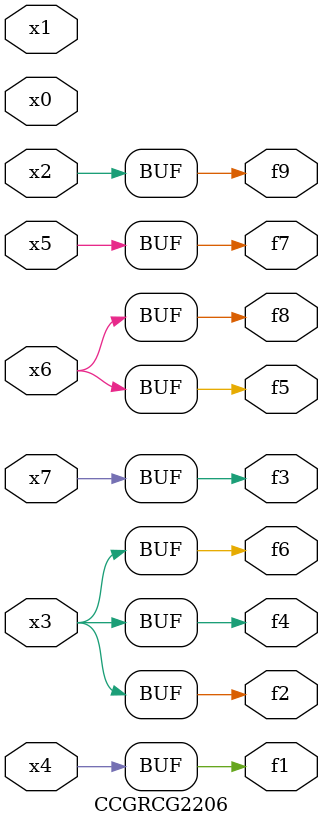
<source format=v>
module CCGRCG2206(
	input x0, x1, x2, x3, x4, x5, x6, x7,
	output f1, f2, f3, f4, f5, f6, f7, f8, f9
);
	assign f1 = x4;
	assign f2 = x3;
	assign f3 = x7;
	assign f4 = x3;
	assign f5 = x6;
	assign f6 = x3;
	assign f7 = x5;
	assign f8 = x6;
	assign f9 = x2;
endmodule

</source>
